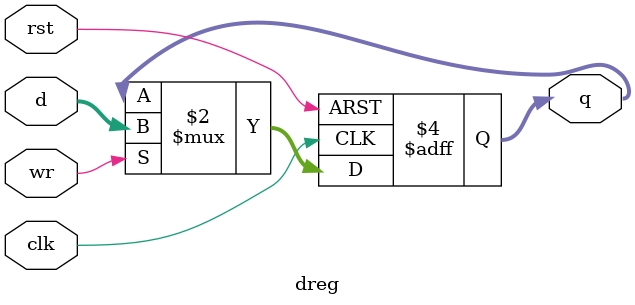
<source format=v>
`timescale 1ns / 1ps

//Parameterized d register
module dreg #(parameter WIDTH=16, NAME="DREG")(
    //D input, default width of 16 bits
    input [WIDTH-1:0] d,
    //Write enable
    input wr,
    //Clock input
    input clk,
    //Reset input, asynchronous
    input rst,
    //Q output, default width of 11 bits
    output reg [WIDTH-1:0] q
    );
    
    always @(posedge clk, posedge rst) begin
        //Async reset
        if(rst) begin
            $display("DREG %s: Resetting %s...", NAME, NAME);
            q = 0;
        end
        //Sync write and read
        else if(wr) begin
            $display("DREG %s: Writing 0x%h, replacing 0x%h", NAME, d, q,);
            q <= d;
        end
    end
endmodule

</source>
